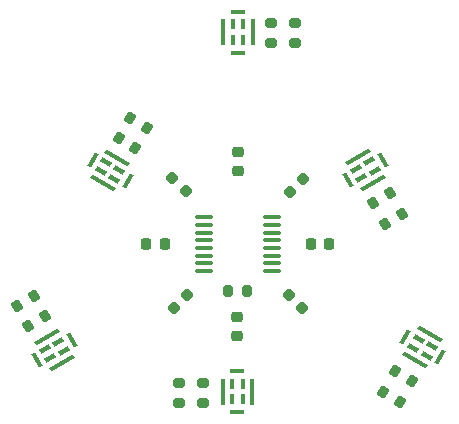
<source format=gbr>
%TF.GenerationSoftware,KiCad,Pcbnew,(5.99.0-9211-g6536d1de72)*%
%TF.CreationDate,2021-02-22T16:11:53-08:00*%
%TF.ProjectId,SoundLens,536f756e-644c-4656-9e73-2e6b69636164,rev?*%
%TF.SameCoordinates,Original*%
%TF.FileFunction,Paste,Top*%
%TF.FilePolarity,Positive*%
%FSLAX46Y46*%
G04 Gerber Fmt 4.6, Leading zero omitted, Abs format (unit mm)*
G04 Created by KiCad (PCBNEW (5.99.0-9211-g6536d1de72)) date 2021-02-22 16:11:53*
%MOMM*%
%LPD*%
G01*
G04 APERTURE LIST*
G04 Aperture macros list*
%AMRoundRect*
0 Rectangle with rounded corners*
0 $1 Rounding radius*
0 $2 $3 $4 $5 $6 $7 $8 $9 X,Y pos of 4 corners*
0 Add a 4 corners polygon primitive as box body*
4,1,4,$2,$3,$4,$5,$6,$7,$8,$9,$2,$3,0*
0 Add four circle primitives for the rounded corners*
1,1,$1+$1,$2,$3*
1,1,$1+$1,$4,$5*
1,1,$1+$1,$6,$7*
1,1,$1+$1,$8,$9*
0 Add four rect primitives between the rounded corners*
20,1,$1+$1,$2,$3,$4,$5,0*
20,1,$1+$1,$4,$5,$6,$7,0*
20,1,$1+$1,$6,$7,$8,$9,0*
20,1,$1+$1,$8,$9,$2,$3,0*%
%AMRotRect*
0 Rectangle, with rotation*
0 The origin of the aperture is its center*
0 $1 length*
0 $2 width*
0 $3 Rotation angle, in degrees counterclockwise*
0 Add horizontal line*
21,1,$1,$2,0,0,$3*%
G04 Aperture macros list end*
%ADD10R,0.400000X0.950000*%
%ADD11R,0.350000X2.300000*%
%ADD12R,1.300000X0.350000*%
%ADD13RoundRect,0.200000X-0.275000X0.200000X-0.275000X-0.200000X0.275000X-0.200000X0.275000X0.200000X0*%
%ADD14RoundRect,0.218750X-0.256250X0.218750X-0.256250X-0.218750X0.256250X-0.218750X0.256250X0.218750X0*%
%ADD15RoundRect,0.200000X-0.035705X-0.338157X0.310705X-0.138157X0.035705X0.338157X-0.310705X0.138157X0*%
%ADD16RotRect,0.950000X0.400000X330.000000*%
%ADD17RotRect,1.300000X0.350000X240.000000*%
%ADD18RotRect,2.300000X0.350000X330.000000*%
%ADD19RoundRect,0.218750X-0.335876X-0.026517X-0.026517X-0.335876X0.335876X0.026517X0.026517X0.335876X0*%
%ADD20RoundRect,0.200000X0.310705X0.138157X-0.035705X0.338157X-0.310705X-0.138157X0.035705X-0.338157X0*%
%ADD21RoundRect,0.218750X0.218750X0.256250X-0.218750X0.256250X-0.218750X-0.256250X0.218750X-0.256250X0*%
%ADD22RoundRect,0.200000X-0.310705X-0.138157X0.035705X-0.338157X0.310705X0.138157X-0.035705X0.338157X0*%
%ADD23RoundRect,0.218750X-0.218750X-0.256250X0.218750X-0.256250X0.218750X0.256250X-0.218750X0.256250X0*%
%ADD24RoundRect,0.218750X-0.026517X0.335876X-0.335876X0.026517X0.026517X-0.335876X0.335876X-0.026517X0*%
%ADD25RoundRect,0.200000X0.035705X0.338157X-0.310705X0.138157X-0.035705X-0.338157X0.310705X-0.138157X0*%
%ADD26RoundRect,0.200000X0.275000X-0.200000X0.275000X0.200000X-0.275000X0.200000X-0.275000X-0.200000X0*%
%ADD27RotRect,0.950000X0.400000X210.000000*%
%ADD28RotRect,2.300000X0.350000X210.000000*%
%ADD29RotRect,1.300000X0.350000X120.000000*%
%ADD30RoundRect,0.218750X0.026517X-0.335876X0.335876X-0.026517X-0.026517X0.335876X-0.335876X0.026517X0*%
%ADD31RoundRect,0.200000X-0.200000X-0.275000X0.200000X-0.275000X0.200000X0.275000X-0.200000X0.275000X0*%
%ADD32RotRect,0.950000X0.400000X30.000000*%
%ADD33RotRect,2.300000X0.350000X30.000000*%
%ADD34RotRect,1.300000X0.350000X300.000000*%
%ADD35RotRect,0.950000X0.400000X150.000000*%
%ADD36RotRect,2.300000X0.350000X150.000000*%
%ADD37RotRect,1.300000X0.350000X60.000000*%
%ADD38RoundRect,0.218750X0.335876X0.026517X0.026517X0.335876X-0.335876X-0.026517X-0.026517X-0.335876X0*%
%ADD39RoundRect,0.100000X0.637500X0.100000X-0.637500X0.100000X-0.637500X-0.100000X0.637500X-0.100000X0*%
%ADD40RoundRect,0.218750X0.256250X-0.218750X0.256250X0.218750X-0.256250X0.218750X-0.256250X-0.218750X0*%
G04 APERTURE END LIST*
D10*
%TO.C,MIC2*%
X99500000Y-111850000D03*
X99500000Y-113150000D03*
X100400000Y-113150000D03*
X100400000Y-111850000D03*
D11*
X98700000Y-112500000D03*
X101200000Y-112500000D03*
D12*
X99950000Y-114205000D03*
X99950000Y-110750000D03*
%TD*%
D13*
%TO.C,C7*%
X97040000Y-111805000D03*
X97040000Y-113455000D03*
%TD*%
D14*
%TO.C,D5*%
X99950000Y-106212500D03*
X99950000Y-107787500D03*
%TD*%
D15*
%TO.C,C3*%
X111443529Y-96526500D03*
X112872471Y-95701500D03*
%TD*%
D16*
%TO.C,MIC5*%
X114855385Y-108789711D03*
X115981218Y-109439711D03*
X116431218Y-108660289D03*
X115305385Y-108010289D03*
D17*
X117119875Y-109577500D03*
D18*
X116268301Y-107642468D03*
D17*
X114127757Y-107850000D03*
D18*
X115018301Y-109807532D03*
%TD*%
D19*
%TO.C,D4*%
X104293153Y-104293153D03*
X105406847Y-105406847D03*
%TD*%
D20*
%TO.C,C12*%
X92298471Y-90176500D03*
X90869529Y-89351500D03*
%TD*%
D13*
%TO.C,C8*%
X95000000Y-111795000D03*
X95000000Y-113445000D03*
%TD*%
D20*
%TO.C,C11*%
X91314471Y-91862500D03*
X89885529Y-91037500D03*
%TD*%
D21*
%TO.C,D7*%
X93787500Y-100000000D03*
X92212500Y-100000000D03*
%TD*%
D22*
%TO.C,C5*%
X113269058Y-110783000D03*
X114698000Y-111608000D03*
%TD*%
D23*
%TO.C,D3*%
X106162500Y-100000000D03*
X107737500Y-100000000D03*
%TD*%
D24*
%TO.C,D6*%
X95656847Y-104343153D03*
X94543153Y-105456847D03*
%TD*%
D25*
%TO.C,C10*%
X82714471Y-104417500D03*
X81285529Y-105242500D03*
%TD*%
D26*
%TO.C,C2*%
X104792000Y-82969000D03*
X104792000Y-81319000D03*
%TD*%
D27*
%TO.C,MIC3*%
X84794615Y-108260289D03*
X83668782Y-108910289D03*
X84118782Y-109689711D03*
X85244615Y-109039711D03*
D28*
X85081699Y-110057532D03*
X83831699Y-107892468D03*
D29*
X85972243Y-108100000D03*
X82980125Y-109827500D03*
%TD*%
D30*
%TO.C,D2*%
X104393153Y-95606847D03*
X105506847Y-94493153D03*
%TD*%
D31*
%TO.C,R1*%
X99125000Y-103950000D03*
X100775000Y-103950000D03*
%TD*%
D22*
%TO.C,C6*%
X112253058Y-112561000D03*
X113682000Y-113386000D03*
%TD*%
D15*
%TO.C,C4*%
X112459529Y-98304500D03*
X113888471Y-97479500D03*
%TD*%
D25*
%TO.C,C9*%
X83662471Y-106115500D03*
X82233529Y-106940500D03*
%TD*%
D32*
%TO.C,MIC4*%
X110455385Y-94432179D03*
X111581218Y-93782179D03*
X111131218Y-93002757D03*
X110005385Y-93652757D03*
D33*
X110168301Y-92634936D03*
D34*
X109277757Y-94592468D03*
D33*
X111418301Y-94800000D03*
D34*
X112269875Y-92864968D03*
%TD*%
D26*
%TO.C,C1*%
X102760000Y-82969000D03*
X102760000Y-81319000D03*
%TD*%
D35*
%TO.C,MIC6*%
X89950000Y-93710289D03*
X88824167Y-93060289D03*
X88374167Y-93839711D03*
X89500000Y-94489711D03*
D36*
X89787084Y-92692468D03*
D37*
X90677628Y-94650000D03*
X87685510Y-92922500D03*
D36*
X88537084Y-94857532D03*
%TD*%
D38*
%TO.C,D8*%
X95556847Y-95506847D03*
X94443153Y-94393153D03*
%TD*%
D39*
%TO.C,U1*%
X102862500Y-102275000D03*
X102862500Y-101625000D03*
X102862500Y-100975000D03*
X102862500Y-100325000D03*
X102862500Y-99675000D03*
X102862500Y-99025000D03*
X102862500Y-98375000D03*
X102862500Y-97725000D03*
X97137500Y-97725000D03*
X97137500Y-98375000D03*
X97137500Y-99025000D03*
X97137500Y-99675000D03*
X97137500Y-100325000D03*
X97137500Y-100975000D03*
X97137500Y-101625000D03*
X97137500Y-102275000D03*
%TD*%
D10*
%TO.C,MIC1*%
X100450000Y-82700000D03*
X100450000Y-81400000D03*
X99550000Y-81400000D03*
X99550000Y-82700000D03*
D12*
X100000000Y-83800000D03*
D11*
X98750000Y-82050000D03*
X101250000Y-82050000D03*
D12*
X100000000Y-80345000D03*
%TD*%
D40*
%TO.C,D1*%
X100000000Y-93800000D03*
X100000000Y-92225000D03*
%TD*%
M02*

</source>
